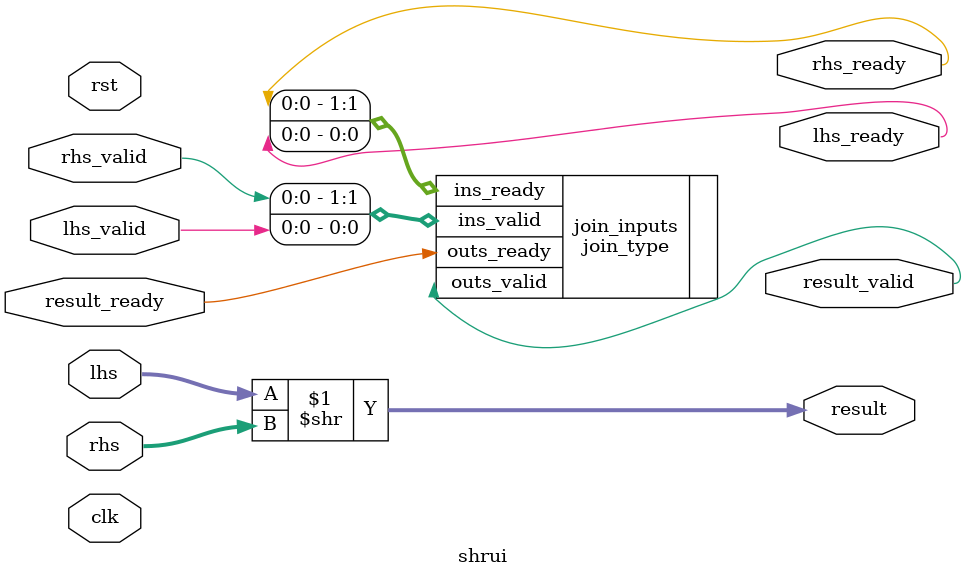
<source format=v>
`timescale 1ns/1ps
module shrui #(
  parameter DATA_TYPE = 32
)(
  // inputs
  input  clk,
  input  rst,
  input  [DATA_TYPE - 1 : 0] lhs,
  input  lhs_valid,
  input  [DATA_TYPE - 1 : 0] rhs,
  input  rhs_valid,
  input  result_ready,
  // outputs
  output [DATA_TYPE - 1 : 0] result,
  output result_valid,
  output lhs_ready,
  output rhs_ready
);
  
    // Instantiate the join node
    join_type #(
      .SIZE(2)
    ) join_inputs (
      .ins_valid  ({rhs_valid, lhs_valid}),
      .outs_ready (result_ready             ),
      .ins_ready  ({rhs_ready, lhs_ready}  ),
      .outs_valid (result_valid             )
    );
  
    assign result = lhs >> rhs;

endmodule
</source>
